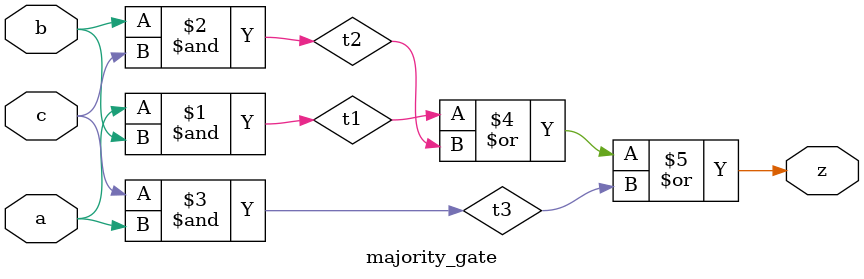
<source format=v>
`timescale 1ns / 1ps
module majority_gate(
    input a,
    input b,
    input c,
    output z
    );
	 wire t1,t2,t3;
	 and(t1,a,b);
	 and(t2,b,c);
	 and(t3,c,a);
	 or(z,t1,t2,t3);
	 


endmodule

</source>
